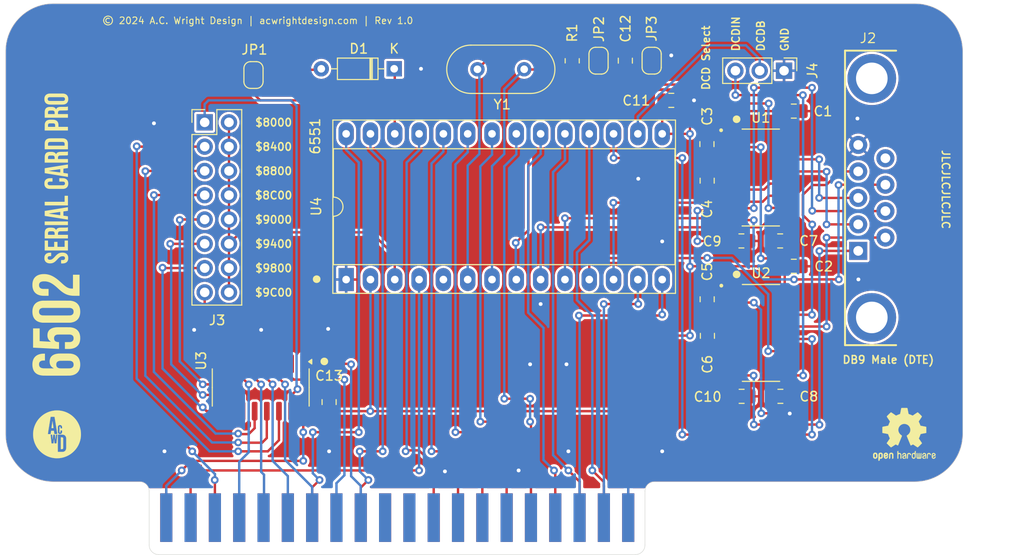
<source format=kicad_pcb>
(kicad_pcb (version 20241229) (generator "pcbnew") (generator_version "9.0")
  (title_block (title "6502 Serial Card Pro") (date "2024-06-12") (rev "1.0") (company "A.C. Wright Design"))
  (layers (0 "F.Cu" signal "Top") (2 "B.Cu" signal "Bottom") (13 "F.Paste" user) (15 "B.Paste" user) (5 "F.SilkS" user "F.Silkscreen") (7 "B.SilkS" user "B.Silkscreen") (1 "F.Mask" user) (3 "B.Mask" user) (25 "Edge.Cuts" user))
  (net 0 "")
  (net 1 "GND")
  (net 2 "VCC")
  (net 3 "A15")
  (net 4 "A14")
  (net 5 "A13")
  (net 6 "A12")
  (net 7 "A11")
  (net 8 "A10")
  (net 9 "Net-(U1-C1-)")
  (net 10 "IRQB")
  (net 11 "RESB")
  (net 12 "/$8000")
  (net 13 "/$8400")
  (net 14 "/$8800")
  (net 15 "/$8C00")
  (net 16 "/$9000")
  (net 17 "/$9400")
  (net 18 "/$9800")
  (net 19 "/$9C00")
  (net 20 "Net-(U1-C1+)")
  (net 21 "Net-(U1-C2+)")
  (net 22 "D7")
  (net 23 "RWB")
  (net 24 "A0")
  (net 26 "D5")
  (net 27 "D4")
  (net 29 "D3")
  (net 30 "PHI2")
  (net 31 "D6")
  (net 32 "D2")
  (net 33 "A1")
  (net 34 "D0")
  (net 35 "D1")
  (net 36 "CSB")
  (net 37 "Net-(U1-C2-)")
  (net 38 "Net-(JP2-B)")
  (net 40 "TXD")
  (net 54 "DTR")
  (net 55 "DCD")
  (net 56 "Net-(JP3-B)")
  (net 57 "RXD")
  (net 58 "unconnected-(J2-Pad9)")
  (net 59 "DSR")
  (net 60 "CTS")
  (net 61 "RTS")
  (net 62 "RXDIN")
  (net 63 "DCDIN")
  (net 64 "TXDOUT")
  (net 65 "RTSOUT")
  (net 66 "CTSIN")
  (net 67 "DSRIN")
  (net 68 "DTROUT")
  (net 69 "Net-(JP2-A)")
  (net 70 "Net-(D1-K)")
  (net 71 "Net-(J4-Pin_2)")
  (net 72 "Net-(U2-C1-)")
  (net 73 "Net-(U2-C1+)")
  (net 74 "Net-(U2-C2-)")
  (net 75 "Net-(U2-C2+)")
  (net 76 "Net-(U1-VS+)")
  (net 77 "Net-(U2-VS+)")
  (net 78 "Net-(U1-VS-)")
  (net 79 "Net-(U2-VS-)")
  (net 80 "Net-(U4-XTALO)")
  (footprint "Capacitor_SMD:C_0805_2012Metric" (layer "F.Cu") (at 168.0511 86.3136)
    (property "Reference" "C11")
    (property "Value" "100nF" (hide yes))
  )
  (footprint "Crystal:Crystal_HC49-U_Vertical" (layer "F.Cu") (at 147.8011 83.0636)
    (property "Reference" "Y1")
    (property "Value" "1.8432 Mhz" (hide yes))
  )
  (footprint "Resistor_SMD:R_0805_2012Metric" (layer "F.Cu") (at 157.7011 82.1761 90)
    (property "Reference" "R1")
    (property "Value" "1M" (hide yes))
  )
  (footprint "Capacitor_SMD:C_0805_2012Metric" (layer "F.Cu") (at 132.3011 117.8636 90)
    (property "Reference" "C13")
    (property "Value" "100nF" (hide yes))
  )
  (footprint "Capacitor_SMD:C_0805_2012Metric" (layer "F.Cu") (at 163.2511 82.1636 90)
    (property "Reference" "C12")
    (property "Value" "22pF" (hide yes))
  )
  (footprint "Package_SO:SOIC-16_3.9x9.9mm_P1.27mm" (layer "F.Cu") (at 125.1561 116.3386 -90)
    (property "Reference" "U3")
    (property "Value" "74HC138" (hide yes))
  )
  (footprint "6502 Parts:DB9 Male" (layer "F.Cu") (at 189.0011 96.51426 -90)
    (property "Reference" "J2")
    (property "Value" "DB9 Male (DTE)")
  )
  (footprint "Package_DIP:DIP-28_W15.24mm_Socket_LongPads" (layer "F.Cu") (at 134.0811 105.0536 90)
    (property "Reference" "U4")
    (property "Value" "6551")
  )
  (footprint "Capacitor_SMD:C_0805_2012Metric" (layer "F.Cu") (at 180.8511 103.6636 180)
    (property "Reference" "C2")
    (property "Value" "100nF" (hide yes))
  )
  (footprint "Jumper:SolderJumper-2_P1.3mm_Open_RoundedPad1.0x1.5mm" (layer "F.Cu") (at 160.4511 82.1636 90)
    (property "Reference" "JP2")
    (property "Value" "SolderJumper_2_Open" (hide yes))
  )
  (footprint "6502 Logos:6502 Serial Card Pro Logo 5mm" (layer "F.Cu") (at 103.8011 97.6136 90)
    (property "Reference" "G***" (hide yes))
    (property "Value" "LOGO" (hide yes))
  )
  (footprint "A.C. Wright Logo:A.C. Wright Logo 5mm" (layer "F.Cu") (at 103.8761 121.2386)
    (property "Reference" "G***" (hide yes))
    (property "Value" "LOGO" (hide yes))
  )
  (footprint "Diode_THT:D_DO-35_SOD27_P7.62mm_Horizontal" (layer "F.Cu") (at 139.1011 83.0136 180)
    (property "Reference" "D1")
    (property "Value" "D_Schottky" (hide yes))
  )
  (footprint "Jumper:SolderJumper-2_P1.3mm_Open_RoundedPad1.0x1.5mm" (layer "F.Cu") (at 166.0011 82.1636 -90)
    (property "Reference" "JP3")
    (property "Value" "SolderJumper_2_Open" (hide yes))
  )
  (footprint "Capacitor_SMD:C_0805_2012Metric" (layer "F.Cu") (at 171.8261 110.9386 -90)
    (property "Reference" "C6")
    (property "Value" "1uF" (hide yes))
  )
  (footprint "Capacitor_SMD:C_0805_2012Metric" (layer "F.Cu") (at 171.8011 107.1136 -90)
    (property "Reference" "C5")
    (property "Value" "1uF" (hide yes))
  )
  (footprint "6502 Parts:MAX232D" (layer "F.Cu") (at 177.4011 94.3836)
    (property "Reference" "U1")
    (property "Value" "MAX232" (hide yes))
  )
  (footprint "Jumper:SolderJumper-2_P1.3mm_Bridged_RoundedPad1.0x1.5mm" (layer "F.Cu") (at 124.4011 83.6636 -90)
    (property "Reference" "JP1")
    (property "Value" "SolderJumper_2_Bridged" (hide yes))
  )
  (footprint "Capacitor_SMD:C_0805_2012Metric" (layer "F.Cu") (at 175.3761 101.0136)
    (property "Reference" "C9")
    (property "Value" "1uF" (hide yes))
  )
  (footprint "Symbol:OSHW-Logo2_7.3x6mm_SilkScreen" (layer "F.Cu") (at 192.4011 121.2386)
    (property "Reference" "REF**" (hide yes))
    (property "Value" "OSHW-Logo2_7.3x6mm_SilkScreen" (hide yes))
  )
  (footprint "Capacitor_SMD:C_0805_2012Metric" (layer "F.Cu") (at 180.8511 87.4386 180)
    (property "Reference" "C1")
    (property "Value" "100nF" (hide yes))
  )
  (footprint "6502 Parts:MAX232D" (layer "F.Cu") (at 177.4261 110.6336)
    (property "Reference" "U2")
    (property "Value" "MAX232" (hide yes))
  )
  (footprint "Capacitor_SMD:C_0805_2012Metric" (layer "F.Cu") (at 179.4261 101.0136)
    (property "Reference" "C7")
    (property "Value" "1uF" (hide yes))
  )
  (footprint "Capacitor_SMD:C_0805_2012Metric" (layer "F.Cu") (at 179.4511 117.2636)
    (property "Reference" "C8")
    (property "Value" "1uF" (hide yes))
  )
  (footprint "Connector_PinHeader_2.54mm:PinHeader_1x03_P2.54mm_Vertical" (layer "F.Cu") (at 179.8311 83.2136 -90)
    (property "Reference" "J4")
    (property "Value" "DCD Select")
  )
  (footprint "Connector_PinHeader_2.54mm:PinHeader_2x08_P2.54mm_Vertical" (layer "F.Cu") (at 119.3011 88.6136)
    (property "Reference" "J3")
    (property "Value" "Conn_02x08_Odd_Even" (hide yes))
  )
  (footprint "Capacitor_SMD:C_0805_2012Metric" (layer "F.Cu") (at 171.7761 90.8886 -90)
    (property "Reference" "C3")
    (property "Value" "1uF" (hide yes))
  )
  (footprint "6502 Parts:6502 Card Edge" (layer "F.Cu") (at 115.29 132.49)
    (property "Reference" "J1" (hide yes))
    (property "Value" "6502 Card Edge" (hide yes))
  )
  (footprint "Capacitor_SMD:C_0805_2012Metric" (layer "F.Cu") (at 171.8011 94.7136 -90)
    (property "Reference" "C4")
    (property "Value" "1uF" (hide yes))
  )
  (footprint "Capacitor_SMD:C_0805_2012Metric" (layer "F.Cu") (at 175.4011 117.2636)
    (property "Reference" "C10")
    (property "Value" "1uF" (hide yes))
  )
  (gr_circle (center 174.8761 88.2886) (end 175.0761 88.2886) (stroke (width 0.4)) (fill no) (layer "F.SilkS"))
  (gr_circle (center 131.0011 105.0136) (end 131.2011 105.0136) (stroke (width 0.4)) (fill no) (layer "F.SilkS"))
  (gr_circle (center 174.8761 104.5136) (end 175.0761 104.5136) (stroke (width 0.4)) (fill no) (layer "F.SilkS"))
  (gr_circle (center 131.8011 113.6136) (end 132.0011 113.6136) (stroke (width 0.4)) (fill no) (layer "F.SilkS"))
  (gr_line (start 166.3011 126.1936) (end 193.5011 126.1936) (stroke (width 0.05)) (layer "Edge.Cuts"))
  (gr_line (start 165.3011 132.8136) (end 165.3011 127.1936) (stroke (width 0.05)) (layer "Edge.Cuts"))
  (gr_line (start 113.5011 127.1936) (end 113.5011 132.8136) (stroke (width 0.05)) (layer "Edge.Cuts"))
  (gr_arc (start 198.5011 121.1936) (mid 197.036634 124.729134) (end 193.5011 126.1936) (stroke (width 0.05)) (layer "Edge.Cuts"))
  (gr_line (start 103.5011 126.1936) (end 112.5011 126.1936) (stroke (width 0.05)) (layer "Edge.Cuts"))
  (gr_line (start 98.5011 81.1936) (end 98.5011 121.1936) (stroke (width 0.05)) (layer "Edge.Cuts"))
  (gr_arc (start 193.5011 76.1936) (mid 197.036634 77.658066) (end 198.5011 81.1936) (stroke (width 0.05)) (layer "Edge.Cuts"))
  (gr_arc (start 103.5011 126.1936) (mid 99.965566 124.729134) (end 98.5011 121.1936) (stroke (width 0.05)) (layer "Edge.Cuts"))
  (gr_arc (start 165.3011 132.8136) (mid 165.008207 133.520707) (end 164.3011 133.8136) (stroke (width 0.05)) (layer "Edge.Cuts"))
  (gr_arc (start 112.5011 126.1936) (mid 113.208207 126.486493) (end 113.5011 127.1936) (stroke (width 0.05)) (layer "Edge.Cuts"))
  (gr_arc (start 98.5011 81.1936) (mid 99.965566 77.658066) (end 103.5011 76.1936) (stroke (width 0.05)) (layer "Edge.Cuts"))
  (gr_line (start 114.5011 133.8136) (end 164.3011 133.8136) (stroke (width 0.05)) (layer "Edge.Cuts"))
  (gr_line (start 193.5011 76.1936) (end 103.5011 76.1936) (stroke (width 0.05)) (layer "Edge.Cuts"))
  (gr_line (start 198.5011 121.1936) (end 198.5011 81.1936) (stroke (width 0.05)) (layer "Edge.Cuts"))
  (gr_arc (start 165.3011 127.1936) (mid 165.593993 126.486493) (end 166.3011 126.1936) (stroke (width 0.05)) (layer "Edge.Cuts"))
  (gr_arc (start 114.5011 133.8136) (mid 113.793993 133.520707) (end 113.5011 132.8136) (stroke (width 0.05)) (layer "Edge.Cuts"))
  (gr_text "JLCJLCJLCJLC" (at 196.723 95.631 270) (layer "F.SilkS") (effects (font (size 0.8 0.8))))
  (gr_text "© 2024 A.C. Wright Design | acwrightdesign.com | Rev 1.0" (at 124.841 77.978 0) (layer "F.SilkS") (effects (font (size 0.7 0.7) (thickness 0.1))))
  (gr_text "DCDIN" (at 174.8011 81.2636 90) (layer "F.SilkS") (effects (font (size 0.8 0.8)) (justify left)))
  (gr_text "DCDB" (at 177.4011 81.2636 90) (layer "F.SilkS") (effects (font (size 0.8 0.8)) (justify left)))
  (gr_text "$9000" (at 126.5011 98.7936 0) (layer "F.SilkS") (effects (font (size 0.8 0.8))))
  (gr_text "$8400" (at 126.5011 91.1736 0) (layer "F.SilkS") (effects (font (size 0.8 0.8))))
  (gr_text "$8C00" (at 126.5011 96.2536 0) (layer "F.SilkS") (effects (font (size 0.8 0.8))))
  (gr_text "GND" (at 179.9011 81.2636 90) (layer "F.SilkS") (effects (font (size 0.8 0.8)) (justify left)))
  (gr_text "$9C00" (at 126.5011 106.4136 0) (layer "F.SilkS") (effects (font (size 0.8 0.8))))
  (gr_text "$8000" (at 126.5011 88.6336 0) (layer "F.SilkS") (effects (font (size 0.8 0.8))))
  (gr_text "$9400" (at 126.5011 101.3336 0) (layer "F.SilkS") (effects (font (size 0.8 0.8))))
  (gr_text "$8800" (at 126.5011 93.7136 0) (layer "F.SilkS") (effects (font (size 0.8 0.8))))
  (gr_text "$9800" (at 126.5011 103.8736 0) (layer "F.SilkS") (effects (font (size 0.8 0.8))))
  (segment (start 115.29 129.95) (end 115.29 125.0247) (width 0.25) (layer "F.Cu") (net 1))
  (via (at 115.1011 123.0136) (size 0.8) (drill 0.4) (layers "F.Cu" "B.Cu") (net 1))
  (via (at 132.3011 123.0136) (size 0.8) (drill 0.4) (layers "F.Cu" "B.Cu") (net 1))
  (via (at 153.3011 113.9136) (size 0.8) (drill 0.4) (layers "F.Cu" "B.Cu") (net 1))
  (via (at 180.4261 119.0636) (size 0.8) (drill 0.4) (layers "F.Cu" "B.Cu") (net 1))
  (via (at 154.4011 107.6136) (size 0.8) (drill 0.4) (layers "F.Cu" "B.Cu") (net 1))
  (via (at 141.9011 83.0136) (size 0.8) (drill 0.4) (layers "F.Cu" "B.Cu") (net 1))
  (via (at 152.1011 125.0136) (size 0.8) (drill 0.4) (layers "F.Cu" "B.Cu") (net 1))
  (via (at 187.6011 105.0386) (size 0.8) (drill 0.4) (layers "F.Cu" "B.Cu") (net 1))
  (via (at 157.1011 113.9136) (size 0.8) (drill 0.4) (layers "F.Cu" "B.Cu") (net 1))
  (via (at 118.2011 110.3136) (size 0.8) (drill 0.4) (layers "F.Cu" "B.Cu") (net 1))
  (via (at 164.6011 94.5136) (size 0.8) (drill 0.4) (layers "F.Cu" "B.Cu") (net 1))
  (via (at 167.1011 123.0136) (size 0.8) (drill 0.4) (layers "F.Cu" "B.Cu") (net 1))
  (via (at 168.0511 81.6136) (size 0.8) (drill 0.4) (layers "F.Cu" "B.Cu") (net 1))
  (via (at 114.0011 88.7136) (size 0.8) (drill 0.4) (layers "F.Cu" "B.Cu") (net 1))
  (via (at 187.5011 88.2136) (size 0.8) (drill 0.4) (layers "F.Cu" "B.Cu") (net 1))
  (via (at 157.3011 123.0136) (size 0.8) (drill 0.4) (layers "F.Cu" "B.Cu") (net 1))
  (via (at 170.4261 86.3136) (size 0.8) (drill 0.4) (layers "F.Cu" "B.Cu") (net 1))
  (via (at 144.4011 125.1136) (size 0.8) (drill 0.4) (layers "F.Cu" "B.Cu") (net 1))
  (via (at 167.1011 101.0636) (size 0.8) (drill 0.4) (layers "F.Cu" "B.Cu") (net 1))
  (via (at 132.2011 110.2136) (size 0.8) (drill 0.4) (layers "F.Cu" "B.Cu") (net 1))
  (via (at 125.2011 110.3136) (size 0.8) (drill 0.4) (layers "F.Cu" "B.Cu") (net 1))
  (segment (start 163.55 129.95) (end 163.55 125.0625) (width 0.25) (layer "B.Cu") (net 1))
  (segment (start 163.55 129.95) (end 163.55 118.8136) (width 0.25) (layer "F.Cu") (net 2))
  (segment (start 117.9011 124.0136) (end 129.6011 124.0136) (width 0.25) (layer "F.Cu") (net 2))
  (segment (start 163.55 114.3397) (end 163.55 118.8136) (width 0.25) (layer "F.Cu") (net 2))
  (segment (start 166.9761 110.9136) (end 163.55 114.3397) (width 0.25) (layer "F.Cu") (net 2))
  (segment (start 116.9011 125.0136) (end 117.9011 124.0136) (width 0.25) (layer "F.Cu") (net 2))
  (segment (start 170.0011 88.8136) (end 170.0011 89.8136) (width 0.25) (layer "F.Cu") (net 2))
  (segment (start 167.1011 89.8136) (end 170.0011 89.8136) (width 0.25) (layer "F.Cu") (net 2))
  (segment (start 170.0261 103.6636) (end 170.0011 103.6886) (width 0.25) (layer "F.Cu") (net 2))
  (segment (start 179.9011 87.4386) (end 171.3761 87.4386) (width 0.25) (layer "F.Cu") (net 2))
  (segment (start 171.3761 87.4386) (end 170.0011 88.8136) (width 0.25) (layer "F.Cu") (net 2))
  (segment (start 136.6011 118.8136) (end 132.7011 118.8136) (width 0.25) (layer "F.Cu") (net 2))
  (segment (start 136.6011 118.8136) (end 163.55 118.8136) (width 0.25) (layer "F.Cu") (net 2))
  (segment (start 179.9011 89.9136) (end 179.8761 89.9386) (width 0.25) (layer "F.Cu") (net 2))
  (segment (start 179.9011 87.4386) (end 179.9011 89.9136) (width 0.25) (layer "F.Cu") (net 2))
  (segment (start 179.9011 103.6636) (end 170.0261 103.6636) (width 0.25) (layer "F.Cu") (net 2))
  (segment (start 132.6011 118.8136) (end 129.6011 118.8136) (width 0.25) (layer "F.Cu") (net 2))
  (segment (start 132.4011 118.8136) (end 132.3011 118.8136) (width 0.25) (layer "F.Cu") (net 2))
  (segment (start 179.9011 103.6636) (end 179.9011 106.1886) (width 0.25) (layer "F.Cu") (net 2))
  (segment (start 170.0011 110.9136) (end 166.9761 110.9136) (width 0.25) (layer "F.Cu") (net 2))
  (segment (start 167.1011 89.8136) (end 167.1011 86.3136) (width 0.25) (layer "F.Cu") (net 2))
  (segment (start 129.6011 121.0136) (end 129.6011 118.8136) (width 0.25) (layer "F.Cu") (net 2))
  (via (at 136.6011 118.8136) (size 0.8) (drill 0.4) (layers "F.Cu" "B.Cu") (net 2))
  (via (at 170.0011 110.9136) (size 0.8) (drill 0.4) (layers "F.Cu" "B.Cu") (net 2))
  (via (at 129.6011 121.0136) (size 0.8) (drill 0.4) (layers "F.Cu" "B.Cu") (net 2))
  (via (at 116.9011 125.0136) (size 0.8) (drill 0.4) (layers "F.Cu" "B.Cu") (net 2))
  (via (at 129.6011 124.0136) (size 0.8) (drill 0.4) (layers "F.Cu" "B.Cu") (net 2))
  (via (at 170.0011 89.8136) (size 0.8) (drill 0.4) (layers "F.Cu" "B.Cu") (net 2))
  (via (at 170.0011 103.6886) (size 0.8) (drill 0.4) (layers "F.Cu" "B.Cu") (net 2))
  (segment (start 129.6011 124.0136) (end 129.6011 121.0136) (width 0.25) (layer "B.Cu") (net 2))
  (segment (start 115.29 129.95) (end 115.29 126.6247) (width 0.25) (layer "B.Cu") (net 2))
  (segment (start 136.6011 118.8136) (end 136.6211 118.7936) (width 0.25) (layer "B.Cu") (net 2))
  (segment (start 136.6211 118.7936) (end 136.6211 105.0536) (width 0.25) (layer "B.Cu") (net 2))
  (segment (start 170.0011 110.9136) (end 170.0011 103.6886) (width 0.25) (layer "B.Cu") (net 2))
  (segment (start 170.0011 103.6886) (end 170.0011 89.8136) (width 0.25) (layer "B.Cu") (net 2))
  (segment (start 115.29 126.6247) (end 116.9011 125.0136) (width 0.25) (layer "B.Cu") (net 2))
  (segment (start 123.9011 116.0136) (end 123.2511 115.3636) (width 0.25) (layer "F.Cu") (net 3))
  (segment (start 123.2511 115.3636) (end 123.2511 113.8636) (width 0.25) (layer "F.Cu") (net 3))
  (via (at 123.9011 116.0136) (size 0.8) (drill 0.4) (layers "F.Cu" "B.Cu") (net 3))
  (segment (start 123.9011 123.1136) (end 123.9011 122.8136) (width 0.25) (layer "B.Cu") (net 3))
  (segment (start 123.9011 122.8136) (end 123.9011 116.0136) (width 0.25) (layer "B.Cu") (net 3))
  (segment (start 122.91 129.95) (end 122.91 124.1047) (width 0.25) (layer "B.Cu") (net 3))
  (segment (start 122.91 124.1047) (end 123.9011 123.1136) (width 0.25) (layer "B.Cu") (net 3))
  (segment (start 125.2011 116.0136) (end 124.5211 115.3336) (width 0.25) (layer "F.Cu") (net 4))
  (segment (start 124.5211 115.3336) (end 124.5211 113.8636) (width 0.25) (layer "F.Cu") (net 4))
  (via (at 125.2011 116.0136) (size 0.8) (drill 0.4) (layers "F.Cu" "B.Cu") (net 4))
  (segment (start 125.5011 125.4636) (end 125.5011 129.8989) (width 0.25) (layer "B.Cu") (net 4))
  (segment (start 125.2011 125.1636) (end 125.5011 125.4636) (width 0.25) (layer "B.Cu") (net 4))
  (segment (start 125.5011 129.8989) (end 125.45 129.95) (width 0.25) (layer "B.Cu") (net 4))
  (segment (start 125.2011 116.0136) (end 125.2011 125.1636) (width 0.25) (layer "B.Cu") (net 4))
  (segment (start 125.8011 115.4136) (end 125.8011 115.3136) (width 0.25) (layer "F.Cu") (net 5))
  (segment (start 125.8011 115.3136) (end 125.7911 115.3036) (width 0.25) (layer "F.Cu") (net 5))
  (segment (start 126.4011 116.0136) (end 125.8011 115.4136) (width 0.25) (layer "F.Cu") (net 5))
  (segment (start 125.7911 115.3036) (end 125.7911 113.8636) (width 0.25) (layer "F.Cu") (net 5))
  (via (at 126.4011 116.0136) (size 0.8) (drill 0.4) (layers "F.Cu" "B.Cu") (net 5))
  (segment (start 127.99 129.95) (end 127.99 125.6025) (width 0.25) (layer "B.Cu") (net 5))
  (segment (start 126.4011 124.0136) (end 126.4011 116.0136) (width 0.25) (layer "B.Cu") (net 5))
  (segment (start 127.99 129.9247) (end 128.0011 129.9136) (width 0.25) (layer "B.Cu") (net 5))
  (segment (start 127.99 125.6025) (end 126.4011 124.0136) (width 0.25) (layer "B.Cu") (net 5))
  (segment (start 127.99 129.95) (end 127.99 129.9247) (width 0.25) (layer "B.Cu") (net 5))
  (segment (start 127.7011 116.0136) (end 127.0611 115.3736) (width 0.25) (layer "F.Cu") (net 6))
  (segment (start 127.0611 115.3736) (end 127.0611 113.8636) (width 0.25) (layer "F.Cu") (net 6))
  (via (at 127.7011 116.0136) (size 0.8) (drill 0.4) (layers "F.Cu" "B.Cu") (net 6))
  (segment (start 130.53 126.7425) (end 127.7011 123.9136) (width 0.25) (layer "B.Cu") (net 6))
  (segment (start 127.7011 123.9136) (end 127.7011 116.0136) (width 0.25) (layer "B.Cu") (net 6))
  (segment (start 130.53 129.95) (end 130.53 126.7425) (width 0.25) (layer "B.Cu") (net 6))
  (segment (start 128.3311 115.2436) (end 128.3311 113.8636) (width 0.25) (layer "F.Cu") (net 7))
  (segment (start 133.9011 115.5136) (end 128.6011 115.5136) (width 0.25) (layer "F.Cu") (net 7))
  (segment (start 128.6011 115.5136) (end 128.3311 115.2436) (width 0.25) (layer "F.Cu") (net 7))
  (via (at 133.9011 115.5136) (size 0.8) (drill 0.4) (layers "F.Cu" "B.Cu") (net 7))
  (segment (start 133.9011 125.5136) (end 133.07 126.3447) (width 0.25) (layer "B.Cu") (net 7))
  (segment (start 133.07 126.3447) (end 133.07 129.95) (width 0.25) (layer "B.Cu") (net 7))
  (segment (start 133.9011 115.5136) (end 133.9011 125.5136) (width 0.25) (layer "B.Cu") (net 7))
  (segment (start 134.5511 113.8636) (end 129.6011 113.8636) (width 0.25) (layer "F.Cu") (net 8))
  (segment (start 134.6011 113.9136) (end 134.5511 113.8636) (width 0.25) (layer "F.Cu") (net 8))
  (via (at 134.6011 113.9136) (size 0.8) (drill 0.4) (layers "F.Cu" "B.Cu") (net 8))
  (segment (start 135.61 126.6225) (end 135.61 129.95) (width 0.25) (layer "B.Cu") (net 8))
  (segment (start 134.6011 125.6136) (end 135.61 126.6225) (width 0.25) (layer "B.Cu") (net 8))
  (segment (start 134.6011 113.9136) (end 134.6011 125.6136) (width 0.25) (layer "B.Cu") (net 8))
  (segment (start 172.6511 91.8386) (end 173.2911 92.4786) (width 0.25) (layer "F.Cu") (net 9))
  (segment (start 173.2911 92.4786) (end 174.9261 92.4786) (width 0.25) (layer "F.Cu") (net 9))
  (segment (start 171.7761 91.8386) (end 172.6511 91.8386) (width 0.25) (layer "F.Cu") (net 9))
  (segment (start 115.2011 83.1136) (end 110.9011 87.4136) (width 0.25) (layer "F.Cu") (net 10))
  (segment (start 131.4811 83.0136) (end 131.3811 83.1136) (width 0.25) (layer "F.Cu") (net 10))
  (segment (start 110.9011 87.4136) (end 110.9011 115.9136) (width 0.25) (layer "F.Cu") (net 10))
  (segment (start 110.9011 115.9136) (end 118.0011 123.0136) (width 0.25) (layer "F.Cu") (net 10))
  (segment (start 120.37 126.0325) (end 120.37 129.95) (width 0.25) (layer "F.Cu") (net 10))
  (segment (start 120.3511 126.0136) (end 120.37 126.0325) (width 0.25) (layer "F.Cu") (net 10))
  (segment (start 131.3811 83.1136) (end 115.2011 83.1136) (width 0.25) (layer "F.Cu") (net 10))
  (via (at 118.0011 123.0136) (size 0.8) (drill 0.4) (layers "F.Cu" "B.Cu") (net 10))
  (via (at 120.3511 126.0136) (size 0.8) (drill 0.4) (layers "F.Cu" "B.Cu") (net 10))
  (segment (start 120.3761 125.9886) (end 120.3511 126.0136) (width 0.25) (layer "B.Cu") (net 10))
  (segment (start 118.0011 123.0136) (end 120.3761 125.3886) (width 0.25) (layer "B.Cu") (net 10))
  (segment (start 120.3761 125.3886) (end 120.3761 125.9886) (width 0.25) (layer "B.Cu") (net 10))
  (segment (start 117.83 129.95) (end 117.83 126.1847) (width 0.25) (layer "F.Cu") (net 11))
  (segment (start 119.0011 125.0136) (end 119.9011 125.0136) (width 0.25) (layer "F.Cu") (net 11))
  (segment (start 117.83 126.1847) (end 119.0011 125.0136) (width 0.25) (layer "F.Cu") (net 11))
  (segment (start 119.9011 125.0136) (end 141.7011 125.0136) (width 0.25) (layer "F.Cu") (net 11))
  (via (at 141.7011 125.0136) (size 0.8) (drill 0.4) (layers "F.Cu" "B.Cu") (net 11))
  (segment (start 141.7011 125.0136) (end 141.7011 105.0536) (width 0.25) (layer "B.Cu") (net 11))
  (segment (start 128.3311 117.1836) (end 129.0011 116.5136) (width 0.25) (layer "F.Cu") (net 12))
  (segment (start 128.3311 118.8136) (end 128.3311 117.1836) (width 0.25) (layer "F.Cu") (net 12))
  (via (at 129.0011 116.5136) (size 0.8) (drill 0.4) (layers "F.Cu" "B.Cu") (net 12))
  (segment (start 119.3011 86.7136) (end 119.3011 88.6136) (width 0.25) (layer "B.Cu") (net 12))
  (segment (start 119.7011 86.3136) (end 119.3011 86.7136) (width 0.25) (layer "B.Cu") (net 12))
  (segment (start 128.9011 86.9136) (end 128.3011 86.3136) (width 0.25) (layer "B.Cu") (net 12))
  (segment (start 129.0011 116.5136) (end 128.9011 116.4136) (width 0.25) (layer "B.Cu") (net 12))
  (segment (start 128.9011 116.4136) (end 128.9011 86.9136) (width 0.25) (layer "B.Cu") (net 12))
  (segment (start 128.3011 86.3136) (end 119.7011 86.3136) (width 0.25) (layer "B.Cu") (net 12))
  (segment (start 127.0611 121.8536) (end 125.9011 123.0136) (width 0.25) (layer "F.Cu") (net 13))
  (segment (start 112.2411 91.1536) (end 112.2011 91.1136) (width 0.25) (layer "F.Cu") (net 13))
  (segment (start 127.0611 118.8136) (end 127.0611 121.8536) (width 0.25) (layer "F.Cu") (net 13))
  (segment (start 119.3011 91.1536) (end 112.2411 91.1536) (width 0.25) (layer "F.Cu") (net 13))
  (segment (start 125.9011 123.0136) (end 122.8011 123.0136) (width 0.25) (layer "F.Cu") (net 13))
  (via (at 112.2011 91.1136) (size 0.8) (drill 0.4) (layers "F.Cu" "B.Cu") (net 13))
  (via (at 122.8011 123.0136) (size 0.8) (drill 0.4) (layers "F.Cu" "B.Cu") (net 13))
  (segment (start 119.8011 123.0136) (end 122.8011 123.0136) (width 0.25) (layer "B.Cu") (net 13))
  (segment (start 112.2011 115.4136) (end 119.8011 123.0136) (width 0.25) (layer "B.Cu") (net 13))
  (segment (start 112.2011 91.1136) (end 112.2011 115.4136) (width 0.25) (layer "B.Cu") (net 13))
  (segment (start 113.1011 93.7136) (end 113.1211 93.6936) (width 0.25) (layer "F.Cu") (net 14))
  (segment (start 122.828103 122.1136) (end 122.8011 122.086597) (width 0.25) (layer "F.Cu") (net 14))
  (segment (start 113.1211 93.6936) (end 119.3011 93.6936) (width 0.25) (layer "F.Cu") (net 14))
  (segment (start 125.3011 122.1136) (end 122.828103 122.1136) (width 0.25) (layer "F.Cu") (net 14))
  (segment (start 125.7911 121.6236) (end 125.3011 122.1136) (width 0.25) (layer "F.Cu") (net 14))
  (segment (start 125.7911 118.8136) (end 125.7911 121.6236) (width 0.25) (layer "F.Cu") (net 14))
  (via (at 113.1011 93.7136) (size 0.8) (drill 0.4) (layers "F.Cu" "B.Cu") (net 14))
  (via (at 122.8011 122.086597) (size 0.8) (drill 0.4) (layers "F.Cu" "B.Cu") (net 14))
  (segment (start 113.1011 115.1136) (end 120.074097 122.086597) (width 0.25) (layer "B.Cu") (net 14))
  (segment (start 120.074097 122.086597) (end 122.8011 122.086597) (width 0.25) (layer "B.Cu") (net 14))
  (segment (start 113.1011 93.7136) (end 113.1011 115.1136) (width 0.25) (layer "B.Cu") (net 14))
  (segment (start 119.2811 96.2136) (end 119.3011 96.2336) (width 0.25) (layer "F.Cu") (net 15))
  (segment (start 122.855106 121.2136) (end 122.8011 121.159594) (width 0.25) (layer "F.Cu") (net 15))
  (segment (start 123.9011 121.2136) (end 122.855106 121.2136) (width 0.25) (layer "F.Cu") (net 15))
  (segment (start 124.5211 120.5936) (end 123.9011 121.2136) (width 0.25) (layer "F.Cu") (net 15))
  (segment (start 124.5211 118.8136) (end 124.5211 120.5936) (width 0.25) (layer "F.Cu") (net 15))
  (segment (start 114.0011 96.2136) (end 119.2811 96.2136) (width 0.25) (layer "F.Cu") (net 15))
  (via (at 122.8011 121.159594) (size 0.8) (drill 0.4) (layers "F.Cu" "B.Cu") (net 15))
  (via (at 114.0011 96.2136) (size 0.8) (drill 0.4) (layers "F.Cu" "B.Cu") (net 15))
  (segment (start 114.0011 96.2136) (end 114.0011 114.7136) (width 0.25) (layer "B.Cu") (net 15))
  (segment (start 120.447094 121.159594) (end 122.8011 121.159594) (width 0.25) (layer "B.Cu") (net 15))
  (segment (start 114.0011 114.7136) (end 120.447094 121.159594) (width 0.25) (layer "B.Cu") (net 15))
  (segment (start 122.0011 116.0136) (end 119.1011 116.0136) (width 0.25) (layer "F.Cu") (net 16))
  (segment (start 123.2511 117.2636) (end 122.0011 116.0136) (width 0.25) (layer "F.Cu") (net 16))
  (segment (start 123.2511 118.8136) (end 123.2511 117.2636) (width 0.25) (layer "F.Cu") (net 16))
  (segment (start 116.7011 98.8136) (end 116.7411 98.7736) (width 0.25) (layer "F.Cu") (net 16))
  (segment (start 116.7411 98.7736) (end 119.3011 98.7736) (width 0.25) (layer "F.Cu") (net 16))
  (via (at 119.1011 116.0136) (size 0.8) (drill 0.4) (layers "F.Cu" "B.Cu") (net 16))
  (via (at 116.7011 98.8136) (size 0.8) (drill 0.4) (layers "F.Cu" "B.Cu") (net 16))
  (segment (start 116.7011 113.6136) (end 116.7011 98.8136) (width 0.25) (layer "B.Cu") (net 16))
  (segment (start 119.1011 116.0136) (end 116.7011 113.6136) (width 0.25) (layer "B.Cu") (net 16))
  (segment (start 121.6011 117.1136) (end 121.9811 117.4936) (width 0.25) (layer "F.Cu") (net 17))
  (segment (start 121.9811 117.4936) (end 121.9811 118.8136) (width 0.25) (layer "F.Cu") (net 17))
  (segment (start 119.1011 117.1136) (end 121.6011 117.1136) (width 0.25) (layer "F.Cu") (net 17))
  (segment (start 115.7011 101.3136) (end 119.3011 101.3136) (width 0.25) (layer "F.Cu") (net 17))
  (via (at 119.1011 117.1136) (size 0.8) (drill 0.4) (layers "F.Cu" "B.Cu") (net 17))
  (via (at 115.7011 101.3136) (size 0.8) (drill 0.4) (layers "F.Cu" "B.Cu") (net 17))
  (segment (start 119.0011 117.1136) (end 115.8011 113.9136) (width 0.25) (layer "B.Cu") (net 17))
  (segment (start 115.8011 113.9136) (end 115.8011 101.4136) (width 0.25) (layer "B.Cu") (net 17))
  (segment (start 115.8011 101.4136) (end 115.7011 101.3136) (width 0.25) (layer "B.Cu") (net 17))
  (segment (start 119.1011 117.1136) (end 119.0011 117.1136) (width 0.25) (layer "B.Cu") (net 17))
  (segment (start 119.1011 118.4136) (end 119.5011 118.8136) (width 0.25) (layer "F.Cu") (net 18))
  (segment (start 114.9011 103.8136) (end 114.9411 103.8536) (width 0.25) (layer "F.Cu") (net 18))
  (segment (start 119.5011 118.8136) (end 120.7111 118.8136) (width 0.25) (layer "F.Cu") (net 18))
  (segment (start 114.9411 103.8536) (end 119.3011 103.8536) (width 0.25) (layer "F.Cu") (net 18))
  (via (at 114.9011 103.8136) (size 0.8) (drill 0.4) (layers "F.Cu" "B.Cu") (net 18))
  (via (at 119.1011 118.4136) (size 0.8) (drill 0.4) (layers "F.Cu" "B.Cu") (net 18))
  (segment (start 114.9011 114.3636) (end 114.9011 103.8136) (width 0.25) (layer "B.Cu") (net 18))
  (segment (start 118.9511 118.4136) (end 114.9011 114.3636) (width 0.25) (layer "B.Cu") (net 18))
  (segment (start 119.1011 118.4136) (end 118.9511 118.4136) (width 0.25) (layer "B.Cu") (net 18))
  (segment (start 121.9811 113.8636) (end 121.9811 112.1936) (width 0.25) (layer "F.Cu") (net 19))
  (segment (start 121.9811 112.1936) (end 119.3011 109.5136) (width 0.25) (layer "F.Cu") (net 19))
  (segment (start 119.3011 109.5136) (end 119.3011 106.3936) (width 0.25) (layer "F.Cu") (net 19))
  (segment (start 171.7761 89.9386) (end 174.9261 89.9386) (width 0.25) (layer "F.Cu") (net 20))
  (segment (start 171.8011 93.7636) (end 174.9111 93.7636) (width 0.25) (layer "F.Cu") (net 21))
  (segment (start 174.9111 93.7636) (end 174.9261 93.7486) (width 0.25) (layer "F.Cu") (net 21))
  (segment (start 143.23 124.4425) (end 141.7011 122.9136) (width 0.25) (layer "F.Cu") (net 22))
  (segment (start 141.7011 122.9136) (end 140.4011 122.9136) (width 0.25) (layer "F.Cu") (net 22))
  (segment (start 143.23 129.95) (end 143.23 124.4425) (width 0.25) (layer "F.Cu") (net 22))
  (segment (start 140.4011 122.9136) (end 140.3011 123.0136) (width 0.25) (layer "F.Cu") (net 22))
  (via (at 140.3011 123.0136) (size 0.8) (drill 0.4) (layers "F.Cu" "B.Cu") (net 22))
  (segment (start 140.4011 122.9136) (end 140.3011 123.0136) (width 0.25) (layer "B.Cu") (net 22))
  (segment (start 141.7011 89.8136) (end 141.7011 91.5136) (width 0.25) (layer "B.Cu") (net 22))
  (segment (start 141.7011 91.5136) (end 140.4011 92.8136) (width 0.25) (layer "B.Cu") (net 22))
  (segment (start 140.4011 92.8136) (end 140.4011 122.9136) (width 0.25) (layer "B.Cu") (net 22))
  (segment (start 130.53 126.7847) (end 130.53 129.95) (width 0.25) (layer "F.Cu") (net 23))
  (segment (start 135.4011 121.0136) (end 130.6011 121.0136) (width 0.25) (layer "F.Cu") (net 23))
  (segment (start 131.3011 126.0136) (end 130.53 126.7847) (width 0.25) (layer "F.Cu") (net 23))
  (via (at 131.3011 126.0136) (size 0.8) (drill 0.4) (layers "F.Cu" "B.Cu") (net 23))
  (via (at 130.6011 121.0136) (size 0.8) (drill 0.4) (layers "F.Cu" "B.Cu") (net 23))
  (via (at 135.4011 121.0136) (size 0.8) (drill 0.4) (layers "F.Cu" "B.Cu") (net 23))
  (segment (start 130.6011 125.3136) (end 130.6011 121.0136) (width 0.25) (layer "B.Cu") (net 23))
  (segment (start 134.0811 91.4936) (end 135.4011 92.8136) (width 0.25) (layer "B.Cu") (net 23))
  (segment (start 131.3011 126.0136) (end 130.6011 125.3136) (width 0.25) (layer "B.Cu") (net 23))
  (segment (start 134.0811 89.8136) (end 134.0811 91.4936) (width 0.25) (layer "B.Cu") (net 23))
  (segment (start 135.4011 92.8136) (end 135.4011 106.2376) (width 0.25) (layer "B.Cu") (net 23))
  (segment (start 135.4011 106.2376) (end 135.4011 121.0136) (width 0.25) (layer "B.Cu") (net 23))
  (segment (start 161.7011 107.6136) (end 164.6011 107.6136) (width 0.25) (layer "F.Cu") (net 24))
  (segment (start 161.0011 107.6136) (end 161.7011 107.6136) (width 0.25) (layer "F.Cu") (net 24))
  (via (at 161.0011 107.6136) (size 0.8) (drill 0.4) (layers "F.Cu" "B.Cu") (net 24))
  (via (at 164.6011 107.6136) (size 0.8) (drill 0.4) (layers "F.Cu" "B.Cu") (net 24))
  (segment (start 161.01 107.6225) (end 161.0011 107.6136) (width 0.25) (layer "B.Cu") (net 24))
  (segment (start 164.5611 107.1736) (end 164.5611 105.0536) (width 0.25) (layer "B.Cu") (net 24))
  (segment (start 164.6011 107.2136) (end 164.5611 107.1736) (width 0.25) (layer "B.Cu") (net 24))
  (segment (start 161.01 129.95) (end 161.01 107.6225) (width 0.25) (layer "B.Cu") (net 24))
  (segment (start 164.6011 107.6136) (end 164.6011 107.2136) (width 0.25) (layer "B.Cu") (net 24))
  (segment (start 145.5011 121.0136) (end 147.3011 121.0136) (width 0.25) (layer "F.Cu") (net 26))
  (segment (start 147.3011 121.0136) (end 148.31 122.0225) (width 0.25) (layer "F.Cu") (net 26))
  (segment (start 148.31 122.0225) (end 148.31 129.95) (width 0.25) (layer "F.Cu") (net 26))
  (via (at 145.5011 121.0136) (size 0.8) (drill 0.4) (layers "F.Cu" "B.Cu") (net 26))
  (segment (start 146.7811 89.8136) (end 146.7811 91.7336) (width 0.25) (layer "B.Cu") (net 26))
  (segment (start 145.5011 93.0136) (end 145.5011 121.0136) (width 0.25) (layer "B.Cu") (net 26))
  (segment (start 146.7811 91.7336) (end 145.5011 93.0136) (width 0.25) (layer "B.Cu") (net 26))
  (segment (start 150.85 120.9625) (end 150.85 129.95) (width 0.25) (layer "F.Cu") (net 27))
  (segment (start 149.8011 119.9136) (end 150.85 120.9625) (width 0.25) (layer "F.Cu") (net 27))
  (segment (start 148.1011 119.9136) (end 149.8011 119.9136) (width 0.25) (layer "F.Cu") (net 27))
  (via (at 148.1011 119.9136) (size 0.8) (drill 0.4) (layers "F.Cu" "B.Cu") (net 27))
  (segment (start 149.3211 91.9936) (end 148.1011 93.2136) (width 0.25) (layer "B.Cu") (net 27))
  (segment (start 148.1011 93.2136) (end 148.1011 119.9136) (width 0.25) (layer "B.Cu") (net 27))
  (segment (start 149.3211 89.8136) (end 149.3211 91.9936) (width 0.25) (layer "B.Cu") (net 27))
  (segment (start 153.39 120.0025) (end 153.39 129.95) (width 0.25) (layer "F.Cu") (net 29))
  (segment (start 150.6011 117.5136) (end 153.3011 117.5136) (width 0.25) (layer "F.Cu") (net 29))
  (segment (start 153.3011 119.9136) (end 153.39 120.0025) (width 0.25) (layer "F.Cu") (net 29))
  (via (at 153.3011 117.5136) (size 0.8) (drill 0.4) (layers "F.Cu" "B.Cu") (net 29))
  (via (at 153.3011 119.9136) (size 0.8) (drill 0.4) (layers "F.Cu" "B.Cu") (net 29))
  (via (at 150.6011 117.5136) (size 0.8) (drill 0.4) (layers "F.Cu" "B.Cu") (net 29))
  (segment (start 151.8611 89.8136) (end 151.8611 91.9536) (width 0.25) (layer "B.Cu") (net 29))
  (segment (start 150.6011 110.7136) (end 150.6011 117.5136) (width 0.25) (layer "B.Cu") (net 29))
  (segment (start 151.8611 91.9536) (end 150.6011 93.2136) (width 0.25) (layer "B.Cu") (net 29))
  (segment (start 150.6011 93.2136) (end 150.6011 110.7136) (width 0.25) (layer "B.Cu") (net 29))
  (segment (start 153.3011 117.5136) (end 153.3011 119.9136) (width 0.25) (layer "B.Cu") (net 29))
  (segment (start 135.61 126.8047) (end 135.61 129.95) (width 0.25) (layer "F.Cu") (net 30))
  (segment (start 137.9011 123.0136) (end 135.5011 123.0136) (width 0.25) (layer "F.Cu") (net 30))
  (segment (start 136.4011 126.0136) (end 135.61 126.8047) (width 0.25) (layer "F.Cu") (net 30))
  (via (at 135.5011 123.0136) (size 0.8) (drill 0.4) (layers "F.Cu" "B.Cu") (net 30))
  (via (at 136.4011 126.0136) (size 0.8) (drill 0.4) (layers "F.Cu" "B.Cu") (net 30))
  (via (at 137.9011 123.0136) (size 0.8) (drill 0.4) (layers "F.Cu" "B.Cu") (net 30))
  (segment (start 135.5011 125.1136) (end 136.4011 126.0136) (width 0.25) (layer "B.Cu") (net 30))
  (segment (start 135.5011 123.0136) (end 135.5011 125.1136) (width 0.25) (layer "B.Cu") (net 30))
  (segment (start 136.6211 89.8136) (end 136.6211 91.4336) (width 0.25) (layer "B.Cu") (net 30))
  (segment (start 136.6211 91.4336) (end 137.9011 92.7136) (width 0.25) (layer "B.Cu") (net 30))
  (segment (start 137.9011 92.7136) (end 137.9011 123.0136) (width 0.25) (layer "B.Cu") (net 30))
  (segment (start 143.0011 123.0136) (end 144.3011 123.0136) (width 0.25) (layer "F.Cu") (net 31))
  (segment (start 145.77 124.5447) (end 145.77 129.95) (width 0.25) (layer "F.Cu") (net 31))
  (segment (start 144.3011 123.0136) (end 145.8011 124.5136) (width 0.25) (layer "F.Cu") (net 31))
  (segment (start 145.8011 124.5136) (end 145.77 124.5447) (width 0.25) (layer "F.Cu") (net 31))
  (via (at 143.0011 123.0136) (size 0.8) (drill 0.4) (layers "F.Cu" "B.Cu") (net 31))
  (segment (start 144.2411 89.8136) (end 144.2411 91.6736) (width 0.25) (layer "B.Cu") (net 31))
  (segment (start 143.0011 92.9136) (end 143.0011 107.3136) (width 0.25) (layer "B.Cu") (net 31))
  (segment (start 144.2411 91.6736) (end 143.0011 92.9136) (width 0.25) (layer "B.Cu") (net 31))
  (segment (start 143.0011 107.3136) (end 143.0011 123.0136) (width 0.25) (layer "B.Cu") (net 31))
  (segment (start 155.8011 125.0136) (end 155.93 125.1425) (width 0.25) (layer "F.Cu") (net 32))
  (segment (start 155.93 125.1425) (end 155.93 129.95) (width 0.25) (layer "F.Cu") (net 32))
  (via (at 155.8011 125.0136) (size 0.8) (drill 0.4) (layers "F.Cu" "B.Cu") (net 32))
  (segment (start 154.4011 91.9136) (end 153.1011 93.2136) (width 0.25) (layer "B.Cu") (net 32))
  (segment (start 154.7011 110.1136) (end 154.7011 110.4136) (width 0.25) (layer "B.Cu") (net 32))
  (segment (start 154.7011 123.4136) (end 154.7011 123.9136) (width 0.25) (layer "B.Cu") (net 32))
  (segment (start 154.7011 110.4136) (end 154.7011 123.4136) (width 0.25) (layer "B.Cu") (net 32))
  (segment (start 153.1011 93.2136) (end 153.1011 108.5136) (width 0.25) (layer "B.Cu") (net 32))
  (segment (start 153.1011 108.5136) (end 153.9531 109.3656) (width 0.25) (layer "B.Cu") (net 32))
  (segment (start 154.4011 89.8136) (end 154.4011 91.9136) (width 0.25) (layer "B.Cu") (net 32))
  (segment (start 154.7011 123.9136) (end 155.8011 125.0136) (width 0.25) (layer "B.Cu") (net 32))
  (segment (start 153.9531 109.3656) (end 154.7011 110.1136) (width 0.25) (layer "B.Cu") (net 32))
  (segment (start 158.4011 108.8136) (end 167.0011 108.8136) (width 0.25) (layer "F.Cu") (net 33))
  (segment (start 167.0011 108.8136) (end 167.1011 108.7136) (width 0.25) (layer "F.Cu") (net 33))
  (via (at 158.4011 108.8136) (size 0.8) (drill 0.4) (layers "F.Cu" "B.Cu") (net 33))
  (via (at 167.1011 108.7136) (size 0.8) (drill 0.4) (layers "F.Cu" "B.Cu") (net 33))
  (segment (start 167.1011 108.7136) (end 167.1011 105.0536) (width 0.25) (layer "B.Cu") (net 33))
  (segment (start 158.47 129.95) (end 158.47 108.8825) (width 0.25) (layer "B.Cu") (net 33))
  (segment (start 158.47 108.8825) (end 158.4011 108.8136) (width 0.25) (layer "B.Cu") (net 33))
  (segment (start 161.0011 126.6136) (end 161.01 126.6225) (width 0.25) (layer "F.Cu") (net 34))
  (segment (start 161.01 126.6225) (end 161.01 129.95) (width 0.25) (layer "F.Cu") (net 34))
  (segment (start 159.8011 125.0136) (end 161.0011 126.2136) (width 0.25) (layer "F.Cu") (net 34))
  (segment (start 161.0011 126.2136) (end 161.0011 126.6136) (width 0.25) (layer "F.Cu") (net 34))
  (via (at 159.8011 125.0136) (size 0.8) (drill 0.4) (layers "F.Cu" "B.Cu") (net 34))
  (segment (start 158.2011 102.2136) (end 158.2011 107.2136) (width 0.25) (layer "B.Cu") (net 34))
  (segment (start 159.8011 108.8136) (end 159.8011 125.0136) (width 0.25) (layer "B.Cu") (net 34))
  (segment (start 158.2011 107.2136) (end 159.8011 108.8136) (width 0.25) (layer "B.Cu") (net 34))
  (segment (start 159.4811 89.8136) (end 159.4811 100.9336) (width 0.25) (layer "B.Cu") (net 34))
  (segment (start 159.4811 100.9336) (end 158.2011 102.2136) (width 0.25) (layer "B.Cu") (net 34))
  (segment (start 158.47 126.1825) (end 158.47 129.95) (width 0.25) (layer "F.Cu") (net 35))
  (segment (start 157.3011 125.0136) (end 158.47 126.1825) (width 0.25) (layer "F.Cu") (net 35))
  (via (at 157.3011 125.0136) (size 0.8) (drill 0.4) (layers "F.Cu" "B.Cu") (net 35))
  (segment (start 155.7011 93.8136) (end 155.7011 123.4136) (width 0.25) (layer "B.Cu") (net 35))
  (segment (start 156.9411 89.8136) (end 156.9411 92.5736) (width 0.25) (layer "B.Cu") (net 35))
  (segment (start 156.9411 92.5736) (end 155.7011 93.8136) (width 0.25) (layer "B.Cu") (net 35))
  (segment (start 155.7011 123.4136) (end 157.3011 125.0136) (width 0.25) (layer "B.Cu") (net 35))
  (segment (start 123.0411 100.1136) (end 121.8411 101.3136) (width 0.25) (layer "F.Cu") (net 36))
  (segment (start 139.1611 102.5736) (end 136.7011 100.1136) (width 0.25) (layer "F.Cu") (net 36))
  (segment (start 139.1611 105.0536) (end 139.1611 102.5736) (width 0.25) (layer "F.Cu") (net 36))
  (segment (start 121.8411 88.6136) (end 121.8411 106.3936) (width 0.25) (layer "F.Cu") (net 36))
  (segment (start 136.7011 100.1136) (end 123.0411 100.1136) (width 0.25) (layer "F.Cu") (net 36))
  (segment (start 172.6511 95.6636) (end 173.3011 95.0136) (width 0.25) (layer "F.Cu") (net 37))
  (segment (start 173.7511 95.0136) (end 173.7561 95.0186) (width 0.25) (layer "F.Cu") (net 37))
  (segment (start 171.8011 95.6636) (end 172.6511 95.6636) (width 0.25) (layer "F.Cu") (net 37))
  (segment (start 173.7561 95.0186) (end 174.9261 95.0186) (width 0.25) (layer "F.Cu") (net 37))
  (segment (start 173.3011 95.0136) (end 173.7511 95.0136) (width 0.25) (layer "F.Cu") (net 37))
  (segment (start 160.7511 81.2136) (end 163.2511 81.2136) (width 0.25) (layer "F.Cu") (net 38))
  (segment (start 160.4511 81.5136) (end 160.7511 81.2136) (width 0.25) (layer "F.Cu") (net 38))
  (segment (start 147.8011 83.0636) (end 151.1511 79.7136) (width 0.25) (layer "F.Cu") (net 38))
  (segment (start 146.8011 105.0336) (end 146.7811 105.0536) (width 0.25) (layer "F.Cu") (net 38))
  (segment (start 163.2511 80.2136) (end 163.2511 81.2136) (width 0.25) (layer "F.Cu") (net 38))
  (segment (start 162.7511 79.7136) (end 163.2511 80.2136) (width 0.25) (layer "F.Cu") (net 38))
  (segment (start 151.1511 79.7136) (end 162.7511 79.7136) (width 0.25) (layer "F.Cu") (net 38))
  (segment (start 147.8011 83.0636) (end 148.0011 83.2636) (width 0.25) (layer "B.Cu") (net 38))
  (segment (start 148.0011 91.9136) (end 146.7811 93.1336) (width 0.25) (layer "B.Cu") (net 38))
  (segment (start 148.0011 83.2636) (end 148.0011 91.9136) (width 0.25) (layer "B.Cu") (net 38))
  (segment (start 146.7811 93.1336) (end 146.7811 105.0536) (width 0.25) (layer "B.Cu") (net 38))
  (segment (start 183.5011 92.4786) (end 179.8761 92.4786) (width 0.25) (layer "F.Cu") (net 40))
  (segment (start 183.50176 96.51426) (end 187.58124 96.51426) (width 0.25) (layer "F.Cu") (net 40))
  (segment (start 183.5011 96.5136) (end 183.50176 96.51426) (width 0.25) (layer "F.Cu") (net 40))
  (via (at 183.5011 92.4786) (size 0.8) (drill 0.4) (layers "F.Cu" "B.Cu") (net 40))
  (via (at 183.5011 96.5136) (size 0.8) (drill 0.4) (layers "F.Cu" "B.Cu") (net 40))
  (segment (start 183.5011 92.4786) (end 183.5011 96.5136) (width 0.25) (layer "B.Cu") (net 40))
  (segment (start 185.66904 93.74566) (end 187.58124 93.74566) (width 0.25) (layer "F.Cu") (net 54))
  (segment (start 182.7411 108.7286) (end 182.7511 108.7386) (width 0.25) (layer "F.Cu") (net 54))
  (segment (start 184.2511 95.1636) (end 185.66904 93.74566) (width 0.25) (layer "F.Cu") (net 54))
  (segment (start 179.9011 108.7286) (end 182.7411 108.7286) (width 0.25) (layer "F.Cu") (net 54))
  (segment (start 181.8011 98.3136) (end 181.8011 96.1886) (width 0.25) (layer "F.Cu") (net 54))
  (segment (start 181.8011 96.1886) (end 182.8261 95.1636) (width 0.25) (layer "F.Cu") (net 54))
  (segment (start 182.7761 99.2886) (end 181.8011 98.3136) (width 0.25) (layer "F.Cu") (net 54))
  (segment (start 182.8261 95.1636) (end 184.2511 95.1636) (width 0.25) (layer "F.Cu") (net 54))
  (via (at 182.7761 99.2886) (size 0.8) (drill 0.4) (layers "F.Cu" "B.Cu") (net 54))
  (via (at 182.7511 108.7386) (size 0.8) (drill 0.4) (layers "F.Cu" "B.Cu") (net 54))
  (segment (start 182.7511 108.7386) (end 182.7511 99.3136) (width 0.25) (layer "B.Cu") (net 54))
  (segment (start 182.7511 99.3136) (end 182.7761 99.2886) (width 0.25) (layer "B.Cu") (net 54))
  (segment (start 176.7761 120.2136) (end 183.5011 120.2136) (width 0.25) (layer "F.Cu") (net 55))
  (segment (start 174.9511 115.0786) (end 176.7661 115.0786) (width 0.25) (layer "F.Cu") (net 55))
  (segment (start 183.5011 120.2136) (end 183.5261 120.2386) (width 0.25) (layer "F.Cu") (net 55))
  (segment (start 183.5357 102.054) (end 187.58124 102.054) (width 0.25) (layer "F.Cu") (net 55))
  (segment (start 176.7661 115.0786) (end 176.7761 115.0886) (width 0.25) (layer "F.Cu") (net 55))
  (segment (start 183.5261 102.0636) (end 183.5357 102.054) (width 0.25) (layer "F.Cu") (net 55))
  (via (at 176.6511 115.0886) (size 0.8) (drill 0.4) (layers "F.Cu" "B.Cu") (net 55))
  (via (at 183.5261 120.2386) (size 0.8) (drill 0.4) (layers "F.Cu" "B.Cu") (net 55))
  (via (at 176.6761 120.2136) (size 0.8) (drill 0.4) (layers "F.Cu" "B.Cu") (net 55))
  (via (at 183.5261 102.0636) (size 0.8) (drill 0.4) (layers "F.Cu" "B.Cu") (net 55))
  (segment (start 183.5261 102.0636) (end 183.5261 120.2386) (width 0.25) (layer "B.Cu") (net 55))
  (segment (start 176.7761 115.0886) (end 176.6761 115.1886) (width 0.25) (layer "B.Cu") (net 55))
  (segment (start 176.6761 115.1886) (end 176.6761 120.1136) (width 0.25) (layer "B.Cu") (net 55))
  (segment (start 176.6761 120.1136) (end 176.7761 120.2136) (width 0.25) (layer "B.Cu") (net 55))
  (segment (start 162.7511 83.1136) (end 164.0511 83.1136) (width 0.25) (layer "F.Cu") (net 56))
  (segment (start 164.3011 82.8636) (end 166.0511 82.8636) (width 0.25) (layer "F.Cu") (net 56))
  (segment (start 164.0511 83.1136) (end 164.3011 82.8636) (width 0.25) (layer "F.Cu") (net 56))
  (segment (start 184.2611 93.7486) (end 184.2761 93.7636) (width 0.25) (layer "F.Cu") (net 57))
  (segment (start 179.8761 93.7486) (end 184.2611 93.7486) (width 0.25) (layer "F.Cu") (net 57))
  (segment (start 179.87904 93.74566) (end 179.8761 93.7486) (width 0.25) (layer "F.Cu") (net 57))
  (segment (start 184.2761 99.2886) (end 184.28184 99.28286) (width 0.25) (layer "F.Cu") (net 57))
  (segment (start 184.28184 99.28286) (end 187.58124 99.28286) (width 0.25) (layer "F.Cu") (net 57))
  (via (at 184.2761 99.2886) (size 0.8) (drill 0.4) (layers "F.Cu" "B.Cu") (net 57))
  (via (at 184.2761 93.7636) (size 0.8) (drill 0.4) (layers "F.Cu" "B.Cu") (net 57))
  (segment (start 184.2761 93.7636) (end 184.2761 99.2886) (width 0.25) (layer "B.Cu") (net 57))
  (segment (start 190.38812 92.3336) (end 190.42096 92.36644) (width 0.25) (layer "F.Cu") (net 58))
  (segment (start 184.2761 100.6636) (end 184.27762 100.66208) (width 0.25) (layer "F.Cu") (net 59))
  (segment (start 179.9361 109.9636) (end 179.9011 109.9986) (width 0.25) (layer "F.Cu") (net 59))
  (segment (start 184.2761 109.9636) (end 179.9361 109.9636) (width 0.25) (layer "F.Cu") (net 59))
  (segment (start 184.27762 100.66208) (end 190.42096 100.66208) (width 0.25) (layer "F.Cu") (net 59))
  (via (at 184.2761 109.9636) (size 0.8) (drill 0.4) (layers "F.Cu" "B.Cu") (net 59))
  (via (at 184.2761 100.6636) (size 0.8) (drill 0.4) (layers "F.Cu" "B.Cu") (net 59))
  (segment (start 184.2761 100.6636) (end 184.2761 109.9636) (width 0.25) (layer "B.Cu") (net 59))
  (segment (start 176.6761 98.8386) (end 174.9361 98.8386) (width 0.25) (layer "F.Cu") (net 60))
  (segment (start 185.5511 105.0386) (end 180.8761 105.0386) (width 0.25) (layer "F.Cu") (net 60))
  (segment (start 185.5261 95.1636) (end 185.55466 95.13504) (width 0.25) (layer "F.Cu") (net 60))
  (segment (start 174.9361 98.8386) (end 174.9261 98.8286) (width 0.25) (layer "F.Cu") (net 60))
  (segment (start 185.55466 95.13504) (end 190.42096 95.13504) (width 0.25) (layer "F.Cu") (net 60))
  (via (at 180.8761 105.0386) (size 0.8) (drill 0.4) (layers "F.Cu" "B.Cu") (net 60))
  (via (at 185.5261 95.1636) (size 0.8) (drill 0.4) (layers "F.Cu" "B.Cu") (net 60))
  (via (at 176.6761 98.8386) (size 0.8) (drill 0.4) (layers "F.Cu" "B.Cu") (net 60))
  (via (at 185.5511 105.0386) (size 0.8) (drill 0.4) (layers "F.Cu" "B.Cu") (net 60))
  (segment (start 185.5261 105.0136) (end 185.5511 105.0386) (width 0.25) (layer "B.Cu") (net 60))
  (segment (start 177.7261 105.0386) (end 176.6511 103.9636) (width 0.25) (layer "B.Cu") (net 60))
  (segment (start 185.5261 95.1636) (end 185.5261 105.0136) (width 0.25) (layer "B.Cu") (net 60))
  (segment (start 176.6511 103.9636) (end 176.6511 98.8636) (width 0.25) (layer "B.Cu") (net 60))
  (segment (start 176.6511 98.8636) (end 176.6761 98.8386) (width 0.25) (layer "B.Cu") (net 60))
  (segment (start 180.8761 105.0386) (end 177.7261 105.0386) (width 0.25) (layer "B.Cu") (net 60))
  (segment (start 182.7511 84.9886) (end 176.6761 84.9886) (width 0.25) (layer "F.Cu") (net 61))
  (segment (start 182.80598 97.89348) (end 190.42096 97.89348) (width 0.25) (layer "F.Cu") (net 61))
  (segment (start 174.9561 97.5886) (end 174.9261 97.5586) (width 0.25) (layer "F.Cu") (net 61))
  (segment (start 182.7761 97.8636) (end 182.80598 97.89348) (width 0.25) (layer "F.Cu") (net 61))
  (segment (start 176.6761 97.5886) (end 174.9561 97.5886) (width 0.25) (layer "F.Cu") (net 61))
  (via (at 176.6761 97.5886) (size 0.8) (drill 0.4) (layers "F.Cu" "B.Cu") (net 61))
  (via (at 182.7511 84.9886) (size 0.8) (drill 0.4) (layers "F.Cu" "B.Cu") (net 61))
  (via (at 182.7761 97.8636) (size 0.8) (drill 0.4) (layers "F.Cu" "B.Cu") (net 61))
  (via (at 176.6761 84.9886) (size 0.8) (drill 0.4) (layers "F.Cu" "B.Cu") (net 61))
  (segment (start 176.6761 84.9886) (end 176.6761 97.5886) (width 0.25) (layer "B.Cu") (net 61))
  (segment (start 182.7511 97.8386) (end 182.7511 84.9886) (width 0.25) (layer "B.Cu") (net 61))
  (segment (start 182.7761 97.8636) (end 182.7511 97.8386) (width 0.25) (layer "B.Cu") (net 61))
  (segment (start 173.4961 95.6436) (end 172.1261 97.0136) (width 0.25) (layer "F.Cu") (net 62))
  (segment (start 179.8761 95.0186) (end 178.3811 95.0186) (width 0.25) (layer "F.Cu") (net 62))
  (segment (start 178.3761 95.0136) (end 177.7461 95.6436) (width 0.25) (layer "F.Cu") (net 62))
  (segment (start 177.7461 95.6436) (end 173.4961 95.6436) (width 0.25) (layer "F.Cu") (net 62))
  (segment (start 178.3811 95.0186) (end 178.3761 95.0136) (width 0.25) (layer "F.Cu") (net 62))
  (segment (start 172.1261 97.0136) (end 162.0011 97.0136) (width 0.25) (layer "F.Cu") (net 62))
  (via (at 162.0011 97.0136) (size 0.8) (drill 0.4) (layers "F.Cu" "B.Cu") (net 62))
  (segment (start 162.0211 97.0336) (end 162.0211 105.0536) (width 0.25) (layer "B.Cu") (net 62))
  (segment (start 162.0011 97.0136) (end 162.0211 97.0336) (width 0.25) (layer "B.Cu") (net 62))
  (segment (start 181.7761 85.7636) (end 174.7511 85.7636) (width 0.25) (layer "F.Cu") (net 63))
  (segment (start 179.9011 115.0786) (end 181.8161 115.0786) (width 0.25) (layer "F.Cu") (net 63))
  (segment (start 181.8011 85.7886) (end 181.7761 85.7636) (width 0.25) (layer "F.Cu") (net 63))
  (segment (start 181.8161 115.0786) (end 181.8261 115.0886) (width 0.25) (layer "F.Cu") (net 63))
  (via (at 174.7511 85.7636) (size 0.8) (drill 0.4) (layers "F.Cu" "B.Cu") (net 63))
  (via (at 181.8261 115.0886) (size 0.8) (drill 0.4) (layers "F.Cu" "B.Cu") (net 63))
  (via (at 181.8011 85.7636) (size 0.8) (drill 0.4) (layers "F.Cu" "B.Cu") (net 63))
  (segment (start 181.8261 115.0886) (end 181.8261 85.8136) (width 0.25) (layer "B.Cu") (net 63))
  (segment (start 181.8261 85.8136) (end 181.8011 85.7886) (width 0.25) (layer "B.Cu") (net 63))
  (segment (start 174.7511 83.2136) (end 174.7511 85.7636) (width 0.25) (layer "B.Cu") (net 63))
  (segment (start 173.4011 97.36242) (end 173.84992 96.9136) (width 0.25) (layer "F.Cu") (net 64))
  (segment (start 178.2261 96.2886) (end 179.8761 96.2886) (width 0.25) (layer "F.Cu") (net 64))
  (segment (start 177.6011 96.9136) (end 178.2261 96.2886) (width 0.25) (layer "F.Cu") (net 64))
  (segment (start 156.9411 98.7136) (end 157.0161 98.6386) (width 0.25) (layer "F.Cu") (net 64))
  (segment (start 173.84992 96.9136) (end 177.6011 96.9136) (width 0.25) (layer "F.Cu") (net 64))
  (segment (start 173.4011 97.3886) (end 173.4011 97.36242) (width 0.25) (layer "F.Cu") (net 64))
  (segment (start 172.1511 98.6386) (end 173.4011 97.3886) (width 0.25) (layer "F.Cu") (net 64))
  (segment (start 157.0161 98.6386) (end 172.1511 98.6386) (width 0.25) (layer "F.Cu") (net 64))
  (via (at 156.9411 98.6386) (size 0.8) (drill 0.4) (layers "F.Cu" "B.Cu") (net 64))
  (segment (start 156.9411 98.7136) (end 156.9411 105.0536) (width 0.25) (layer "B.Cu") (net 64))
  (segment (start 178.2311 97.5586) (end 178.2011 97.5886) (width 0.25) (layer "F.Cu") (net 65))
  (segment (start 156.9261 87.0636) (end 154.0761 87.0636) (width 0.25) (layer "F.Cu") (net 65))
  (segment (start 172.5761 86.6386) (end 170.6011 84.6636) (width 0.25) (layer "F.Cu") (net 65))
  (segment (start 153.1261 99.8886) (end 151.8011 101.2136) (width 0.25) (layer "F.Cu") (net 65))
  (segment (start 178.2261 86.6386) (end 172.5761 86.6386) (width 0.25) (layer "F.Cu") (net 65))
  (segment (start 179.8761 97.5586) (end 178.2311 97.5586) (width 0.25) (layer "F.Cu") (net 65))
  (segment (start 153.1261 88.0136) (end 153.1261 99.8886) (width 0.25) (layer "F.Cu") (net 65))
  (segment (start 170.6011 84.6636) (end 159.3261 84.6636) (width 0.25) (layer "F.Cu") (net 65))
  (segment (start 159.3261 84.6636) (end 156.9261 87.0636) (width 0.25) (layer "F.Cu") (net 65))
  (segment (start 154.0761 87.0636) (end 153.1261 88.0136) (width 0.25) (layer "F.Cu") (net 65))
  (via (at 178.2261 86.6386) (size 0.8) (drill 0.4) (layers "F.Cu" "B.Cu") (net 65))
  (via (at 151.8011 101.2136) (size 0.8) (drill 0.4) (layers "F.Cu" "B.Cu") (net 65))
  (via (at 178.2011 97.5886) (size 0.8) (drill 0.4) (layers "F.Cu" "B.Cu") (net 65))
  (segment (start 151.8011 101.2136) (end 151.8011 104.9936) (width 0.25) (layer "B.Cu") (net 65))
  (segment (start 178.2011 86.6636) (end 178.2261 86.6386) (width 0.25) (layer "B.Cu") (net 65))
  (segment (start 178.2011 97.5886) (end 178.2011 86.6636) (width 0.25) (layer "B.Cu") (net 65))
  (segment (start 151.8011 104.9936) (end 151.8611 105.0536) (width 0.25) (layer "B.Cu") (net 65))
  (segment (start 179.8761 98.8286) (end 178.1861 98.8286) (width 0.25) (layer "F.Cu") (net 66))
  (segment (start 177.4261 99.5886) (end 154.4011 99.5886) (width 0.25) (layer "F.Cu") (net 66))
  (segment (start 178.1861 98.8286) (end 177.4261 99.5886) (width 0.25) (layer "F.Cu") (net 66))
  (via (at 154.4011 99.5886) (size 0.8) (drill 0.4) (layers "F.Cu" "B.Cu") (net 66))
  (segment (start 154.4011 99.5886) (end 154.4011 105.0536) (width 0.25) (layer "B.Cu") (net 66))
  (segment (start 169.2011 92.3386) (end 162.0261 92.3386) (width 0.25) (layer "F.Cu") (net 67))
  (segment (start 179.9011 111.2686) (end 182.7461 111.2686) (width 0.25) (layer "F.Cu") (net 67))
  (segment (start 182.7461 111.2686) (end 182.7511 111.2636) (width 0.25) (layer "F.Cu") (net 67))
  (segment (start 182.7511 121.2636) (end 169.2011 121.2636) (width 0.25) (layer "F.Cu") (net 67))
  (via (at 182.7511 121.2636) (size 0.8) (drill 0.4) (layers "F.Cu" "B.Cu") (net 67))
  (via (at 169.2011 92.3386) (size 0.8) (drill 0.4) (layers "F.Cu" "B.Cu") (net 67))
  (via (at 169.2011 121.2636) (size 0.8) (drill 0.4) (layers "F.Cu" "B.Cu") (net 67))
  (via (at 162.0261 92.3386) (size 0.8) (drill 0.4) (layers "F.Cu" "B.Cu") (net 67))
  (via (at 182.7511 111.2636) (size 0.8) (drill 0.4) (layers "F.Cu" "B.Cu") (net 67))
  (segment (start 169.2011 102.8636) (end 169.2011 92.3386) (width 0.25) (layer "B.Cu") (net 67))
  (segment (start 162.0211 92.3336) (end 162.0211 89.8136) (width 0.25) (layer "B.Cu") (net 67))
  (segment (start 169.2011 121.2636) (end 169.2011 102.8636) (width 0.25) (layer "B.Cu") (net 67))
  (segment (start 182.7511 111.2636) (end 182.7511 121.2636) (width 0.25) (layer "B.Cu") (net 67))
  (segment (start 162.0261 92.3386) (end 162.0211 92.3336) (width 0.25) (layer "B.Cu") (net 67))
  (segment (start 159.9011 102.8136) (end 171.7761 102.8136) (width 0.25) (layer "F.Cu") (net 68))
  (segment (start 178.1761 112.5386) (end 179.9011 112.5386) (width 0.25) (layer "F.Cu") (net 68))
  (segment (start 159.4811 103.2336) (end 159.9011 102.8136) (width 0.25) (layer "F.Cu") (net 68))
  (segment (start 159.4811 105.0536) (end 159.4811 103.2336) (width 0.25) (layer "F.Cu") (net 68))
  (segment (start 171.7761 102.8136) (end 171.8011 102.7886) (width 0.25) (layer "F.Cu") (net 68))
  (via (at 178.1761 112.5386) (size 0.8) (drill 0.4) (layers "F.Cu" "B.Cu") (net 68))
  (via (at 171.8011 102.7886) (size 0.8) (drill 0.4) (layers "F.Cu" "B.Cu") (net 68))
  (segment (start 178.1761 106.5886) (end 178.1761 112.5386) (width 0.25) (layer "B.Cu") (net 68))
  (segment (start 174.3761 102.7886) (end 178.1761 106.5886) (width 0.25) (layer "B.Cu") (net 68))
  (segment (start 171.8011 102.7886) (end 174.3761 102.7886) (width 0.25) (layer "B.Cu") (net 68))
  (segment (start 157.8011 81.2636) (end 159.3511 82.8136) (width 0.25) (layer "F.Cu") (net 69))
  (segment (start 159.3511 82.8136) (end 160.4511 82.8136) (width 0.25) (layer "F.Cu") (net 69))
  (segment (start 157.7011 81.2636) (end 157.8011 81.2636) (width 0.25) (layer "F.Cu") (net 69))
  (segment (start 139.1011 82.9136) (end 139.1611 82.9736) (width 0.25) (layer "F.Cu") (net 70))
  (segment (start 124.4011 85.6136) (end 125.1011 86.3136) (width 0.25) (layer "F.Cu") (net 70))
  (segment (start 125.1011 86.3136) (end 139.1611 86.3136) (width 0.25) (layer "F.Cu") (net 70))
  (segment (start 124.4011 84.2136) (end 124.4011 85.6136) (width 0.25) (layer "F.Cu") (net 70))
  (segment (start 139.1611 82.9736) (end 139.1611 89.8136) (width 0.25) (layer "F.Cu") (net 70))
  (segment (start 164.5611 89.8136) (end 164.5611 88.0036) (width 0.25) (layer "B.Cu") (net 71))
  (segment (start 172.0011 80.5636) (end 175.8511 80.5636) (width 0.25) (layer "B.Cu") (net 71))
  (segment (start 175.8511 80.5636) (end 177.2911 82.0036) (width 0.25) (layer "B.Cu") (net 71))
  (segment (start 164.5611 88.0036) (end 172.0011 80.5636) (width 0.25) (layer "B.Cu") (net 71))
  (segment (start 177.2911 82.0036) (end 177.2911 83.2136) (width 0.25) (layer "B.Cu") (net 71))
  (segment (start 172.6261 108.0636) (end 173.2861 108.7236) (width 0.25) (layer "F.Cu") (net 72))
  (segment (start 173.2861 108.7236) (end 173.2861 108.7286) (width 0.25) (layer "F.Cu") (net 72))
  (segment (start 171.8011 108.0636) (end 172.6261 108.0636) (width 0.25) (layer "F.Cu") (net 72))
  (segment (start 173.2861 108.7286) (end 174.9511 108.7286) (width 0.25) (layer "F.Cu") (net 72))
  (segment (start 171.8011 106.1636) (end 174.9261 106.1636) (width 0.25) (layer "F.Cu") (net 73))
  (segment (start 174.9261 106.1636) (end 174.9511 106.1886) (width 0.25) (layer "F.Cu") (net 73))
  (segment (start 173.3211 111.2686) (end 174.9511 111.2686) (width 0.25) (layer "F.Cu") (net 74))
  (segment (start 171.8261 111.8886) (end 172.7011 111.8886) (width 0.25) (layer "F.Cu") (net 74))
  (segment (start 172.7011 111.8886) (end 173.3211 111.2686) (width 0.25) (layer "F.Cu") (net 74))
  (segment (start 174.9411 109.9886) (end 174.9511 109.9986) (width 0.25) (layer "F.Cu") (net 75))
  (segment (start 171.8261 109.9886) (end 174.9411 109.9886) (width 0.25) (layer "F.Cu") (net 75))
  (segment (start 178.1011 102.8386) (end 178.5011 102.4386) (width 0.25) (layer "F.Cu") (net 76))
  (segment (start 178.5011 102.4386) (end 178.4761 102.4136) (width 0.25) (layer "F.Cu") (net 76))
  (segment (start 178.4761 102.4136) (end 178.4761 101.0136) (width 0.25) (layer "F.Cu") (net 76))
  (segment (start 177.4011 102.8386) (end 178.1011 102.8386) (width 0.25) (layer "F.Cu") (net 76))
  (segment (start 177.4011 91.2086) (end 174.9261 91.2086) (width 0.25) (layer "F.Cu") (net 76))
  (via (at 177.4011 91.2086) (size 0.8) (drill 0.4) (layers "F.Cu" "B.Cu") (net 76))
  (via (at 177.4011 102.8386) (size 0.8) (drill 0.4) (layers "F.Cu" "B.Cu") (net 76))
  (segment (start 177.4011 102.8386) (end 177.4011 91.2086) (width 0.25) (layer "B.Cu") (net 76))
  (segment (start 178.1261 119.0386) (end 178.5011 118.6636) (width 0.25) (layer "F.Cu") (net 77))
  (segment (start 177.4511 119.0386) (end 178.1261 119.0386) (width 0.25) (layer "F.Cu") (net 77))
  (segment (start 176.6761 107.4586) (end 174.9511 107.4586) (width 0.25) (layer "F.Cu") (net 77))
  (segment (start 178.5011 118.6636) (end 178.5011 117.2636) (width 0.25) (layer "F.Cu") (net 77))
  (via (at 176.6761 107.4586) (size 0.8) (drill 0.4) (layers "F.Cu" "B.Cu") (net 77))
  (via (at 177.4511 119.0386) (size 0.8) (drill 0.4) (layers "F.Cu" "B.Cu") (net 77))
  (segment (start 177.4261 119.0136) (end 177.4511 119.0386) (width 0.25) (layer "B.Cu") (net 77))
  (segment (start 177.4311 115.35991) (end 177.4261 115.36491) (width 0.25) (layer "B.Cu") (net 77))
  (segment (start 177.4261 115.36491) (end 177.4261 119.0136) (width 0.25) (layer "B.Cu") (net 77))
  (segment (start 176.6761 107.4586) (end 177.4261 108.2086) (width 0.25) (layer "B.Cu") (net 77))
  (segment (start 177.4261 114.81229) (end 177.4311 114.81729) (width 0.25) (layer "B.Cu") (net 77))
  (segment (start 177.4311 114.81729) (end 177.4311 115.35991) (width 0.25) (layer "B.Cu") (net 77))
  (segment (start 177.4261 108.2086) (end 177.4261 114.81229) (width 0.25) (layer "B.Cu") (net 77))
  (segment (start 171.2261 101.0136) (end 174.4261 101.0136) (width 0.25) (layer "F.Cu") (net 78))
  (segment (start 172.1261 97.8386) (end 173.6761 96.2886) (width 0.25) (layer "F.Cu") (net 78))
  (segment (start 170.7761 101.0386) (end 171.2011 101.0386) (width 0.25) (layer "F.Cu") (net 78))
  (segment (start 171.2011 101.0386) (end 171.2261 101.0136) (width 0.25) (layer "F.Cu") (net 78))
  (segment (start 170.7761 97.8386) (end 172.1261 97.8386) (width 0.25) (layer "F.Cu") (net 78))
  (segment (start 173.6761 96.2886) (end 174.9261 96.2886) (width 0.25) (layer "F.Cu") (net 78))
  (via (at 170.7761 101.0386) (size 0.8) (drill 0.4) (layers "F.Cu" "B.Cu") (net 78))
  (via (at 170.7761 97.8386) (size 0.8) (drill 0.4) (layers "F.Cu" "B.Cu") (net 78))
  (segment (start 170.7761 97.8386) (end 170.7761 101.0386) (width 0.25) (layer "B.Cu") (net 78))
  (segment (start 173.8261 112.5386) (end 172.8761 113.4886) (width 0.25) (layer "F.Cu") (net 79))
  (segment (start 172.8761 116.7636) (end 173.3761 117.2636) (width 0.25) (layer "F.Cu") (net 79))
  (segment (start 173.3761 117.2636) (end 174.4511 117.2636) (width 0.25) (layer "F.Cu") (net 79))
  (segment (start 174.9511 112.5386) (end 173.8261 112.5386) (width 0.25) (layer "F.Cu") (net 79))
  (segment (start 172.8761 113.4886) (end 172.8761 116.7636) (width 0.25) (layer "F.Cu") (net 79))
  (segment (start 152.7061 83.0886) (end 157.7011 83.0886) (width 0.25) (layer "F.Cu") (net 80))
  (segment (start 152.6811 83.0636) (end 152.7061 83.0886) (width 0.25) (layer "F.Cu") (net 80))
  (segment (start 152.6811 83.0636) (end 150.6011 85.1436) (width 0.25) (layer "B.Cu") (net 80))
  (segment (start 150.6011 85.1436) (end 150.6011 91.9136) (width 0.25) (layer "B.Cu") (net 80))
  (segment (start 150.6011 91.9136) (end 149.3211 93.1936) (width 0.25) (layer "B.Cu") (net 80))
  (segment (start 149.3211 93.1936) (end 149.3211 105.0536) (width 0.25) (layer "B.Cu") (net 80))
  (zone (net 1) (net_name "GND") (layer "F.Cu") (connect_pads (clearance 0.254)) (min_thickness 0.254) (fill yes (thermal_gap 0.254) (thermal_bridge_width 0.254))
    (polygon (pts (xy 198.755 126.873) (xy 97.917 126.873) (xy 97.917 75.819) (xy 198.755 75.819)))
  )
  (zone (net 1) (net_name "GND") (layer "B.Cu") (connect_pads (clearance 0.254)) (min_thickness 0.254) (fill yes (thermal_gap 0.254) (thermal_bridge_width 0.254))
    (polygon (pts (xy 198.755 126.873) (xy 97.917 126.873) (xy 97.917 75.819) (xy 198.755 75.819)))
  )
)
</source>
